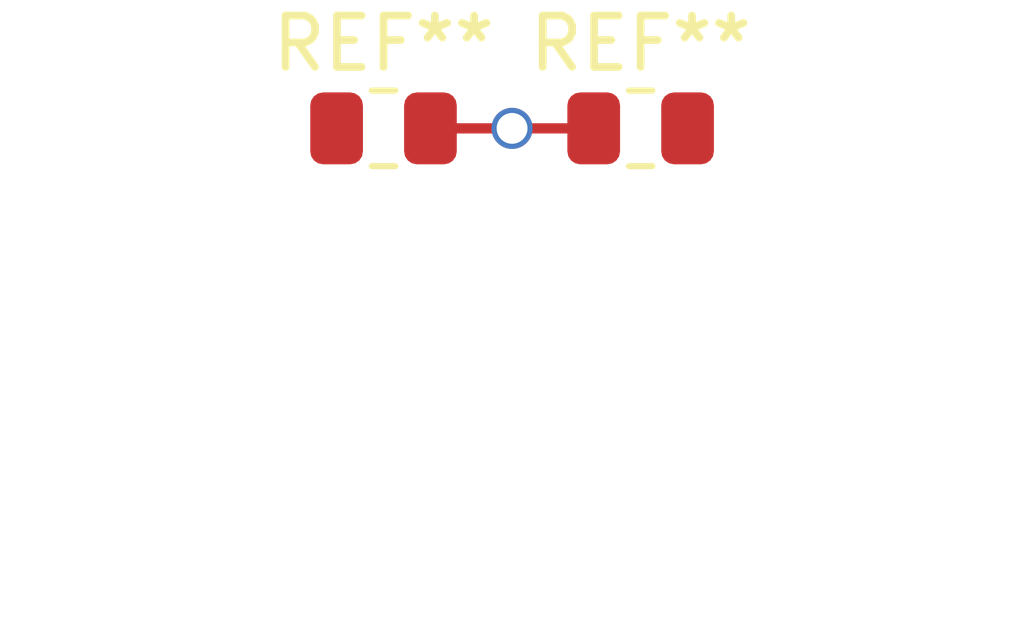
<source format=kicad_pcb>

(kicad_pcb 
    (version 1) 
    (host pykicad x.x.x) 
    (general 
        (nets 5)) 
    (page User 20.000000 20.000000) 
    (title_block 
        (title "A title") (comment 1 "Comment 1")) 
    (layers 
( 0 F.Cu signal) 
( 1 Inner1.Cu signal) 
( 2 Inner2.Cu signal) 
( 3 B.Cu signal) 
( 32 Edge.Cuts user) 
( 33 B.Mask user) 
( 34 F.Mask user) 
( 35 B.Paste user) 
( 36 F.Paste user) 
( 37 B.SilkS user) 
( 38 F.SilkS user) 
( 39 B.CrtYd user) 
( 40 F.CrtYd user) 
( 41 B.Fab user) 
( 42 F.Fab user)) 
(net 1 VI) 
(net 2 VO) 
(net 3 GND) 
(setup 
    (grid_origin 10 10)) 
(net_class default "" 
    (trace_width 1) (add_net VI) (add_net VO) (add_net GND)) 
(module R_0805_2012Metric 
    (layer F.Cu) 
    (tedit 5F68FEEE) 
    (at 0 0) 
    (descr "Resistor SMD 0805 (2012 Metric), square (rectangular) end terminal, IPC_7351 nominal, (Body size source: IPC-SM-782 page 72, https://www.pcb-3d.com/wordpress/wp-content/uploads/ipc-sm-782a_amendment_1_and_2.pdf), generated with kicad-footprint-generator") 
    (tags resistor) 
    (attr smd) 
(fp_text reference REF** 
    (at 0.0000000000 -1.6500000000) 
    (layer F.SilkS) 
    (effects 
        (font 
            (size 1.0000000000 1.0000000000) 
            (thickness 0.1500000000)))) 
(fp_text value R_0805_2012Metric 
    (at 0.0000000000 1.6500000000) 
    (layer F.Fab) 
    (effects 
        (font 
            (size 1.0000000000 1.0000000000) 
            (thickness 0.1500000000)))) 
(fp_text user %R 
    (at 0.0000000000 0.0000000000) 
    (layer F.Fab) 
    (effects 
        (font 
            (size 0.5000000000 0.5000000000) 
            (thickness 0.0800000000)))) 
(fp_line 
    (start -1.0000000000 0.6250000000) 
    (end -1.0000000000 -0.6250000000) 
    (layer F.Fab) 
    (width 0.1000000000)) 
(fp_line 
    (start -1.0000000000 -0.6250000000) 
    (end 1.0000000000 -0.6250000000) 
    (layer F.Fab) 
    (width 0.1000000000)) 
(fp_line 
    (start 1.0000000000 -0.6250000000) 
    (end 1.0000000000 0.6250000000) 
    (layer F.Fab) 
    (width 0.1000000000)) 
(fp_line 
    (start 1.0000000000 0.6250000000) 
    (end -1.0000000000 0.6250000000) 
    (layer F.Fab) 
    (width 0.1000000000)) 
(fp_line 
    (start -0.2270640000 -0.7350000000) 
    (end 0.2270640000 -0.7350000000) 
    (layer F.SilkS) 
    (width 0.1200000000)) 
(fp_line 
    (start -0.2270640000 0.7350000000) 
    (end 0.2270640000 0.7350000000) 
    (layer F.SilkS) 
    (width 0.1200000000)) 
(fp_line 
    (start -1.6800000000 0.9500000000) 
    (end -1.6800000000 -0.9500000000) 
    (layer F.CrtYd) 
    (width 0.0500000000)) 
(fp_line 
    (start -1.6800000000 -0.9500000000) 
    (end 1.6800000000 -0.9500000000) 
    (layer F.CrtYd) 
    (width 0.0500000000)) 
(fp_line 
    (start 1.6800000000 -0.9500000000) 
    (end 1.6800000000 0.9500000000) 
    (layer F.CrtYd) 
    (width 0.0500000000)) 
(fp_line 
    (start 1.6800000000 0.9500000000) 
    (end -1.6800000000 0.9500000000) 
    (layer F.CrtYd) 
    (width 0.0500000000)) 
(pad 1 smd roundrect 
    (size 1.0250000000 1.4000000000) 
    (at -0.9125000000 0.0000000000) 
    (roundrect_rratio 0.2439020000) 
    (layers F.Cu F.Mask F.Paste) 
(net 1 VI)) 
(pad 2 smd roundrect 
    (size 1.0250000000 1.4000000000) 
    (at 0.9125000000 0.0000000000) 
    (roundrect_rratio 0.2439020000) 
    (layers F.Cu F.Mask F.Paste) 
(net 2 VO)) 
(model ${KISYS3DMOD}/Resistor_SMD.3dshapes/R_0805_2012Metric.wrl 
    (at 
        (xyz 0.0000000000 0.0000000000 0.0000000000)) 
    (scale 
        (xyz 1.0000000000 1.0000000000 1.0000000000)) 
    (rotate 
        (xyz 0.0000000000 0.0000000000 0.0000000000)))) 
(module R_0805_2012Metric 
    (layer F.Cu) 
    (tedit 5F68FEEE) 
    (at 5 0) 
    (descr "Resistor SMD 0805 (2012 Metric), square (rectangular) end terminal, IPC_7351 nominal, (Body size source: IPC-SM-782 page 72, https://www.pcb-3d.com/wordpress/wp-content/uploads/ipc-sm-782a_amendment_1_and_2.pdf), generated with kicad-footprint-generator") 
    (tags resistor) 
    (attr smd) 
(fp_text reference REF** 
    (at 0.0000000000 -1.6500000000) 
    (layer F.SilkS) 
    (effects 
        (font 
            (size 1.0000000000 1.0000000000) 
            (thickness 0.1500000000)))) 
(fp_text value R_0805_2012Metric 
    (at 0.0000000000 1.6500000000) 
    (layer F.Fab) 
    (effects 
        (font 
            (size 1.0000000000 1.0000000000) 
            (thickness 0.1500000000)))) 
(fp_text user %R 
    (at 0.0000000000 0.0000000000) 
    (layer F.Fab) 
    (effects 
        (font 
            (size 0.5000000000 0.5000000000) 
            (thickness 0.0800000000)))) 
(fp_line 
    (start -1.0000000000 0.6250000000) 
    (end -1.0000000000 -0.6250000000) 
    (layer F.Fab) 
    (width 0.1000000000)) 
(fp_line 
    (start -1.0000000000 -0.6250000000) 
    (end 1.0000000000 -0.6250000000) 
    (layer F.Fab) 
    (width 0.1000000000)) 
(fp_line 
    (start 1.0000000000 -0.6250000000) 
    (end 1.0000000000 0.6250000000) 
    (layer F.Fab) 
    (width 0.1000000000)) 
(fp_line 
    (start 1.0000000000 0.6250000000) 
    (end -1.0000000000 0.6250000000) 
    (layer F.Fab) 
    (width 0.1000000000)) 
(fp_line 
    (start -0.2270640000 -0.7350000000) 
    (end 0.2270640000 -0.7350000000) 
    (layer F.SilkS) 
    (width 0.1200000000)) 
(fp_line 
    (start -0.2270640000 0.7350000000) 
    (end 0.2270640000 0.7350000000) 
    (layer F.SilkS) 
    (width 0.1200000000)) 
(fp_line 
    (start -1.6800000000 0.9500000000) 
    (end -1.6800000000 -0.9500000000) 
    (layer F.CrtYd) 
    (width 0.0500000000)) 
(fp_line 
    (start -1.6800000000 -0.9500000000) 
    (end 1.6800000000 -0.9500000000) 
    (layer F.CrtYd) 
    (width 0.0500000000)) 
(fp_line 
    (start 1.6800000000 -0.9500000000) 
    (end 1.6800000000 0.9500000000) 
    (layer F.CrtYd) 
    (width 0.0500000000)) 
(fp_line 
    (start 1.6800000000 0.9500000000) 
    (end -1.6800000000 0.9500000000) 
    (layer F.CrtYd) 
    (width 0.0500000000)) 
(pad 1 smd roundrect 
    (size 1.0250000000 1.4000000000) 
    (at -0.9125000000 0.0000000000) 
    (roundrect_rratio 0.2439020000) 
    (layers F.Cu F.Mask F.Paste) 
(net 2 VO)) 
(pad 2 smd roundrect 
    (size 1.0250000000 1.4000000000) 
    (at 0.9125000000 0.0000000000) 
    (roundrect_rratio 0.2439020000) 
    (layers F.Cu F.Mask F.Paste) 
(net 3 GND)) 
(model ${KISYS3DMOD}/Resistor_SMD.3dshapes/R_0805_2012Metric.wrl 
    (at 
        (xyz 0.0000000000 0.0000000000 0.0000000000)) 
    (scale 
        (xyz 1.0000000000 1.0000000000 1.0000000000)) 
    (rotate 
        (xyz 0.0000000000 0.0000000000 0.0000000000)))) 
(segment 
    (start 0.9125000000 0.0000000000) 
    (end 2.5000000000 0.0000000000) 
    (layer F.Cu) 
    (net 2)) 
(segment 
    (start 2.5000000000 0.0000000000) 
    (end 4.0875000000 0.0000000000) 
    (layer F.Cu) 
    (net 2)) 
(via 
    (at 2.5000000000 0.0000000000) 
    (size 0.8000000000) 
    (drill 0.6000000000) 
    (layers F.Cu B.Cu) 
    (net 2)) 
(zone 
    (net_name GND) 
    (layer F.Cu) 
    (hatch edge 0.5000000000) 
    (connect_pads 
        (clearance 0.3000000000)) 
    (fill yes) 
    (polygon 
        (pts (xy 0.000000 0.000000) (xy 10.000000 0.000000) (xy 10.000000 10.000000) (xy 0.000000 10.000000)))))
</source>
